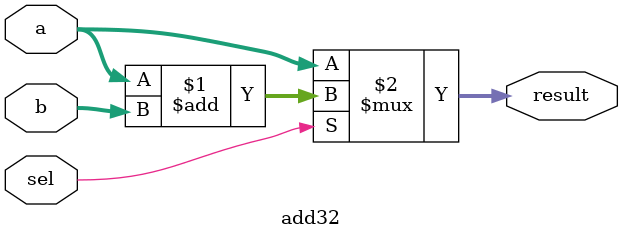
<source format=v>

module add32(a, b, result, sel);
  input [31:0] a, b;
  input sel ;
  output [31:0] result;

	assign result = (sel)?(a+b):(a);
  
endmodule


</source>
